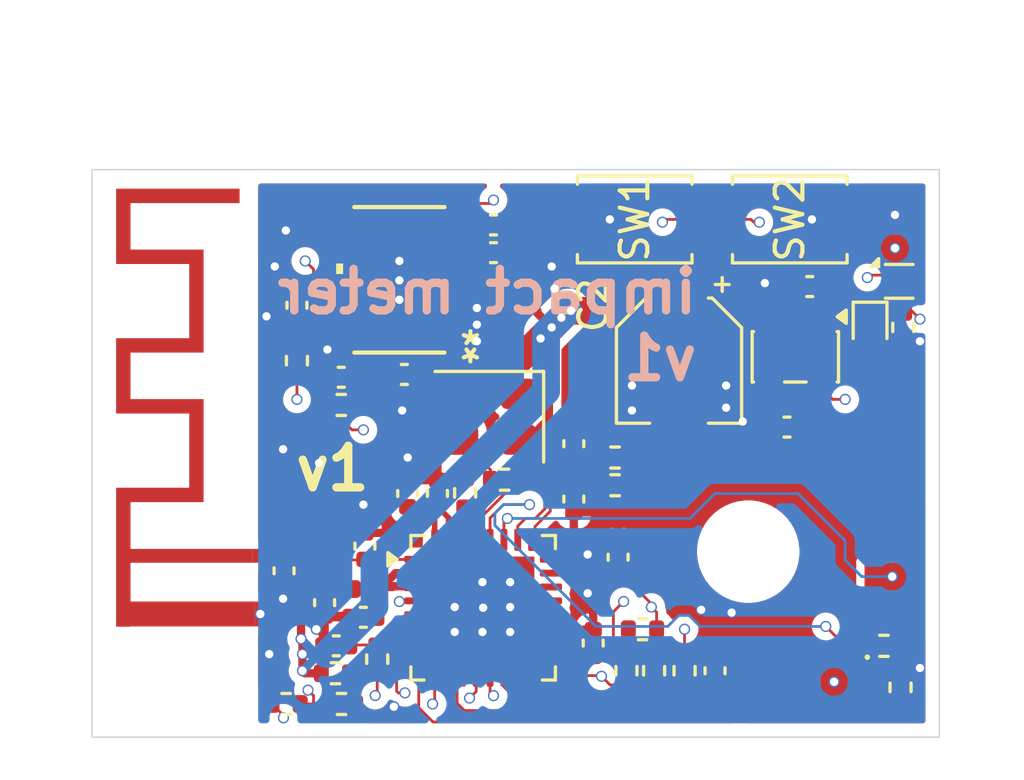
<source format=kicad_pcb>
(kicad_pcb (version 20241229) (generator "pcbnew") (generator_version "9.0")
  (layers (0 "F.Cu" signal) (4 "In1.Cu" signal) (6 "In2.Cu" signal) (2 "B.Cu" signal) (13 "F.Paste" user) (15 "B.Paste" user) (5 "F.SilkS" user "F.Silkscreen") (7 "B.SilkS" user "B.Silkscreen") (1 "F.Mask" user) (3 "B.Mask" user) (25 "Edge.Cuts" user))
  (net 0 "")
  (net 1 "Net-(C1-Pad1)")
  (net 2 "GND")
  (net 3 "Net-(ANT1-in)")
  (net 4 "VDD")
  (net 5 "Net-(C4-Pad1)")
  (net 6 "Net-(U4-SCL{slash}SCLK)")
  (net 7 "Net-(U4-SDA{slash}SDI{slash}SDIO)")
  (net 8 "Net-(U4-VS)")
  (net 14 "Net-(U2-VDD3P3_RTC)")
  (net 15 "RESET")
  (net 16 "Net-(U2-VDD3P3_CPU)")
  (net 17 "Net-(U2-GPIO18)")
  (net 18 "Net-(U2-GPIO19)")
  (net 20 "Net-(U2-XTAL_32K_P)")
  (net 21 "Net-(U2-GPIO2)")
  (net 22 "VBUS")
  (net 23 "Net-(U2-LNA_IN)")
  (net 24 "Net-(D1-K)")
  (net 25 "Net-(D1-A)")
  (net 28 "Net-(U2-XTAL_P)")
  (net 29 "Net-(Y1-OUT)")
  (net 30 "MISO")
  (net 32 "Net-(U2-GPIO8)")
  (net 33 "CS")
  (net 34 "USB_D-")
  (net 36 "USB_D+")
  (net 37 "UART_TX")
  (net 38 "Net-(U2-U0TXD)")
  (net 39 "BOOT")
  (net 40 "CLK")
  (net 41 "MOSI")
  (net 44 "UART_RX")
  (net 45 "Net-(U2-MTDI)")
  (net 46 "Net-(U2-GPIO3)")
  (net 49 "Net-(D3-K)")
  (net 50 "VBAT")
  (net 52 "Net-(U2-XTAL_N)")
  (footprint "Capacitor_SMD:C_0402_1005Metric" (layer "F.Cu") (at 83.92 60.8 180)
    (property "Reference" "C13" (hide yes))
    (property "Value" "22p")
  )
  (footprint "MountingHole:MountingHole_3.2mm_M3" (layer "F.Cu") (at 98.8 57.4)
    (property "Reference" "H1" (hide yes))
    (property "Value" "MountingHole")
  )
  (footprint "Local:LGA_CC-14-1_ADI" (layer "F.Cu") (at 86.2 47.581502 180)
    (property "Reference" "U4" (hide yes))
    (property "Value" "ADXL375BCCZ")
  )
  (footprint "Resistor_SMD:R_0402_1005Metric" (layer "F.Cu") (at 85.4 61.28 90)
    (property "Reference" "R12" (hide yes))
    (property "Value" "0")
  )
  (footprint "Capacitor_SMD:C_0402_1005Metric" (layer "F.Cu") (at 92.5 53.5 90)
    (property "Reference" "C10" (hide yes))
    (property "Value" "22p")
  )
  (footprint "Capacitor_SMD:C_0402_1005Metric" (layer "F.Cu") (at 89.6 45.6)
    (property "Reference" "C18" (hide yes))
    (property "Value" "1u")
  )
  (footprint "Local:TP_1x2mm" (layer "F.Cu") (at 104 56.9)
    (property "Reference" "TP7" (hide yes))
    (property "Value" "TestPoint")
  )
  (footprint "Capacitor_SMD:C_0402_1005Metric" (layer "F.Cu") (at 82.035 58.09 -90)
    (property "Reference" "C17" (hide yes))
    (property "Value" "4p")
  )
  (footprint "Resistor_SMD:R_0402_1005Metric" (layer "F.Cu") (at 93.99 54 180)
    (property "Reference" "R7" (hide yes))
    (property "Value" "0")
  )
  (footprint "Capacitor_SMD:C_0402_1005Metric" (layer "F.Cu") (at 97.6 61.7 90)
    (property "Reference" "C6" (hide yes))
    (property "Value" "0.1u")
  )
  (footprint "Local:TP_1x2mm" (layer "F.Cu") (at 101.9 62.1 -90)
    (property "Reference" "TP8" (hide yes))
    (property "Value" "TestPoint")
  )
  (footprint "Package_TO_SOT_SMD:SOT-23-5" (layer "F.Cu") (at 100.5 50.3625 -90)
    (property "Reference" "U3" (hide yes))
    (property "Value" "GS2019-33TR5")
  )
  (footprint "Resistor_SMD:R_0402_1005Metric" (layer "F.Cu") (at 94.4 61.7 90)
    (property "Reference" "R4" (hide yes))
    (property "Value" "10k")
  )
  (footprint "Capacitor_SMD:C_0402_1005Metric" (layer "F.Cu") (at 92.5 55.5 -90)
    (property "Reference" "C9" (hide yes))
    (property "Value" "22p")
  )
  (footprint "Resistor_SMD:R_0402_1005Metric" (layer "F.Cu") (at 95.4 61.7 90)
    (property "Reference" "R9" (hide yes))
    (property "Value" "10k")
  )
  (footprint "Inductor_SMD:L_0402_1005Metric" (layer "F.Cu") (at 83.485 57.7 180)
    (property "Reference" "L2" (hide yes))
    (property "Value" "1.8nH")
  )
  (footprint "Resistor_SMD:R_0402_1005Metric" (layer "F.Cu") (at 83.89 61.79 180)
    (property "Reference" "R2" (hide yes))
    (property "Value" "10k")
  )
  (footprint "Capacitor_SMD:C_0402_1005Metric" (layer "F.Cu") (at 101.02 47.825 180)
    (property "Reference" "C14" (hide yes))
    (property "Value" "1u")
  )
  (footprint "Resistor_SMD:R_0402_1005Metric" (layer "F.Cu") (at 90 54.8)
    (property "Reference" "R17" (hide yes))
    (property "Value" "10")
  )
  (footprint "Capacitor_SMD:C_0402_1005Metric" (layer "F.Cu") (at 86.38 51 180)
    (property "Reference" "C19" (hide yes))
    (property "Value" "0.1u")
  )
  (footprint "Resistor_SMD:R_0402_1005Metric" (layer "F.Cu") (at 84.1 52.1)
    (property "Reference" "R10" (hide yes))
    (property "Value" "0")
  )
  (footprint "Capacitor_SMD:C_0402_1005Metric" (layer "F.Cu") (at 83.5 59.24 -90)
    (property "Reference" "C3" (hide yes))
    (property "Value" "0.1u")
  )
  (footprint "Capacitor_SMD:CP_Elec_4x5.4" (layer "F.Cu") (at 96.3 50.5 -90)
    (property "Reference" "C2")
    (property "Value" "10u")
  )
  (footprint "Local:TP_1x2mm" (layer "F.Cu") (at 104.1 46.4375 180)
    (property "Reference" "TP11" (hide yes))
    (property "Value" "TestPoint")
  )
  (footprint "Local:TP_1x2mm" (layer "F.Cu") (at 100.5 62.1 -90)
    (property "Reference" "TP9" (hide yes))
    (property "Value" "TestPoint")
  )
  (footprint "Capacitor_SMD:C_0402_1005Metric" (layer "F.Cu") (at 86.5 55.3 90)
    (property "Reference" "C5" (hide yes))
    (property "Value" "1u")
  )
  (footprint "Button_Switch_SMD:SW_Push_SPST_NO_Alps_SKRK" (layer "F.Cu") (at 100.3 45.4)
    (property "Reference" "SW2")
    (property "Value" "SW_Push")
  )
  (footprint "Local:TP_1x2mm" (layer "F.Cu") (at 104 51)
    (property "Reference" "TP1" (hide yes))
    (property "Value" "TestPoint")
  )
  (footprint "Resistor_SMD:R_0402_1005Metric" (layer "F.Cu") (at 84.11 62.9 180)
    (property "Reference" "R16" (hide yes))
    (property "Value" "10k")
  )
  (footprint "Package_DFN_QFN:Diodes_DFN1006-3" (layer "F.Cu") (at 104.25 47.6375)
    (property "Reference" "Q2" (hide yes))
    (property "Value" "SP2002KNC")
  )
  (footprint "Inductor_SMD:L_0402_1005Metric" (layer "F.Cu") (at 89.6 47.6 180)
    (property "Reference" "L3" (hide yes))
    (property "Value" "1.8nH")
  )
  (footprint "Resistor_SMD:R_0402_1005Metric" (layer "F.Cu") (at 96.5 61.7 90)
    (property "Reference" "R3" (hide yes))
    (property "Value" "10k")
  )
  (footprint "Local:TP_1x2mm" (layer "F.Cu") (at 104.1 45.2375 180)
    (property "Reference" "TP12" (hide yes))
    (property "Value" "TestPoint")
  )
  (footprint "Resistor_SMD:R_0402_1005Metric" (layer "F.Cu") (at 104.4 49.3 90)
    (property "Reference" "R15" (hide yes))
    (property "Value" "10k")
  )
  (footprint "Local:TP_1x2mm" (layer "F.Cu") (at 99.1 62.1 -90)
    (property "Reference" "TP10" (hide yes))
    (property "Value" "TestPoint")
  )
  (footprint "Local:TP_1x2mm" (layer "F.Cu") (at 104 58.3)
    (property "Reference" "TP6" (hide yes))
    (property "Value" "TestPoint")
  )
  (footprint "Inductor_SMD:L_0402_1005Metric" (layer "F.Cu") (at 85 58.75)
    (property "Reference" "L1" (hide yes))
    (property "Value" "1.8nH")
  )
  (footprint "Capacitor_SMD:C_0402_1005Metric" (layer "F.Cu") (at 93.2 60.7 90)
    (property "Reference" "C8" (hide yes))
    (property "Value" "0.1u")
  )
  (footprint "Button_Switch_SMD:SW_Push_SPST_NO_Alps_SKRK" (layer "F.Cu") (at 94.7 45.4 180)
    (property "Reference" "SW1")
    (property "Value" "SW_Push")
  )
  (footprint "Resistor_SMD:R_0402_1005Metric" (layer "F.Cu") (at 93.99 55 180)
    (property "Reference" "R6" (hide yes))
    (property "Value" "0")
  )
  (footprint "Capacitor_SMD:C_0402_1005Metric" (layer "F.Cu") (at 94.1 57.6 90)
    (property "Reference" "C7" (hide yes))
    (property "Value" "10n")
  )
  (footprint "Local:TP_1x2mm" (layer "F.Cu") (at 104 59.7)
    (property "Reference" "TP5" (hide yes))
    (property "Value" "TestPoint")
  )
  (footprint "Diode_SMD:D_SOD-882" (layer "F.Cu") (at 103.2 49.2 -90)
    (property "Reference" "D3" (hide yes))
    (property "Value" "RB521BS-40")
  )
  (footprint "Resistor_SMD:R_0402_1005Metric" (layer "F.Cu") (at 82.11 62.9 180)
    (property "Reference" "R14" (hide yes))
    (property "Value" "10k")
  )
  (footprint "Resistor_SMD:R_0402_1005Metric" (layer "F.Cu") (at 103.7 60.8 180)
    (property "Reference" "R8" (hide yes))
    (property "Value" "499")
  )
  (footprint "Resistor_SMD:R_0402_1005Metric" (layer "F.Cu") (at 94.98 60.2 180)
    (property "Reference" "R5" (hide yes))
    (property "Value" "10k")
  )
  (footprint "Resistor_SMD:R_0402_1005Metric" (layer "F.Cu") (at 88.575 55.275 -90)
    (property "Reference" "R1" (hide yes))
    (property "Value" "10")
  )
  (footprint "Package_DFN_QFN:QFN-32-1EP_5x5mm_P0.5mm_EP3.7x3.7mm" (layer "F.Cu") (at 89.225 59.425)
    (property "Reference" "U2" (hide yes))
    (property "Value" "ESP32-C3FH4")
  )
  (footprint "Resistor_SMD:R_0402_1005Metric" (layer "F.Cu") (at 82.5 50.5 90)
    (property "Reference" "R11" (hide yes))
    (property "Value" "0")
  )
  (footprint "Local:TP_1x2mm" (layer "F.Cu") (at 104 53.6)
    (property "Reference" "TP2" (hide yes))
    (property "Value" "TestPoint")
  )
  (footprint "Local:2_4GHz_AN043" (layer "F.Cu") (at 83.38 47.8 90)
    (property "Reference" "ANT1" (hide yes))
    (property "Value" "~")
  )
  (footprint "Capacitor_SMD:C_0402_1005Metric" (layer "F.Cu") (at 89.6 46.6)
    (property "Reference" "C20" (hide yes))
    (property "Value" "0.1u")
  )
  (footprint "Resistor_SMD:R_0402_1005Metric" (layer "F.Cu") (at 104.3 62.3 -90)
    (property "Reference" "R13" (hide yes))
    (property "Value" "10k")
  )
  (footprint "Local:TP_1x2mm" (layer "F.Cu") (at 104 52.3)
    (property "Reference" "TP3" (hide yes))
    (property "Value" "TestPoint")
  )
  (footprint "Local:TP_1x2mm" (layer "F.Cu") (at 104 54.9)
    (property "Reference" "TP4" (hide yes))
    (property "Value" "TestPoint")
  )
  (footprint "LED_SMD:LED_0402_1005Metric" (layer "F.Cu") (at 103.1 62.3 -90)
    (property "Reference" "D1" (hide yes))
    (property "Value" "LED")
  )
  (footprint "Capacitor_SMD:C_0402_1005Metric" (layer "F.Cu") (at 82.5 48.5 90)
    (property "Reference" "C12" (hide yes))
    (property "Value" "22p")
  )
  (footprint "Capacitor_SMD:C_0402_1005Metric" (layer "F.Cu") (at 84.1 51.1 180)
    (property "Reference" "C11" (hide yes))
    (property "Value" "22p")
  )
  (footprint "Capacitor_SMD:C_0402_1005Metric" (layer "F.Cu") (at 100.2 52.9 180)
    (property "Reference" "C15" (hide yes))
    (property "Value" "1u")
  )
  (footprint "Oscillator:Oscillator_SMD_Abracon_ASE-4Pin_3.2x2.5mm" (layer "F.Cu") (at 89.45 52.525 180)
    (property "Reference" "Y1" (hide yes))
    (property "Value" "40MHz")
  )
  (footprint "Capacitor_SMD:C_0402_1005Metric" (layer "F.Cu") (at 87.575 55.295 90)
    (property "Reference" "C4" (hide yes))
    (property "Value" "10n")
  )
  (footprint "Capacitor_SMD:C_0402_1005Metric" (layer "F.Cu") (at 84.955 57.2 90)
    (property "Reference" "C16" (hide yes))
    (property "Value" "4.7p")
  )
  (footprint "Capacitor_SMD:C_0402_1005Metric" (layer "F.Cu") (at 84.9 59.77 180)
    (property "Reference" "C1" (hide yes))
    (property "Value" "1u")
  )
  (gr_rect (start 75.1 43.6) (end 105.7 64.1) (stroke (width 0.05)) (fill no) (layer "Edge.Cuts"))
  (gr_text "v1" (at 82.3 55.275 0) (layer "F.SilkS") (effects (font (size 1.5 1.5) (thickness 0.3) (bold yes)) (justify left bottom)))
  (gr_text "impact meter\nv1" (at 97.1 51.3 0) (layer "B.SilkS") (effects (font (size 1.5 1.5) (thickness 0.3) (bold yes)) (justify left bottom mirror)))
  (segment (start 85.38 58.855) (end 85.485 58.75) (width 0.3) (layer "F.Cu") (net 1))
  (segment (start 85.971768 58.649) (end 85.945768 58.675) (width 0.3) (layer "F.Cu") (net 1))
  (segment (start 86.775 58.675) (end 86.454232 58.675) (width 0.3) (layer "F.Cu") (net 1))
  (segment (start 85.945768 58.675) (end 85.56 58.675) (width 0.3) (layer "F.Cu") (net 1))
  (segment (start 85.56 58.675) (end 85.485 58.75) (width 0.3) (layer "F.Cu") (net 1))
  (segment (start 86.06 58.175) (end 85.485 58.75) (width 0.3) (layer "F.Cu") (net 1))
  (segment (start 86.454232 58.675) (end 86.428232 58.649) (width 0.3) (layer "F.Cu") (net 1))
  (segment (start 85.38 59.77) (end 85.38 58.855) (width 0.3) (layer "F.Cu") (net 1))
  (segment (start 86.775 58.175) (end 86.06 58.175) (width 0.3) (layer "F.Cu") (net 1))
  (segment (start 86.428232 58.649) (end 85.971768 58.649) (width 0.3) (layer "F.Cu") (net 1))
  (segment (start 89.224998 59.425) (end 89.225 59.425) (width 0.3) (layer "F.Cu") (net 2))
  (segment (start 82.63 58.57) (end 82.7 58.5) (width 0.2) (layer "F.Cu") (net 2))
  (segment (start 103.9375 45.4) (end 104.1 45.2375) (width 0.3) (layer "F.Cu") (net 2))
  (segment (start 89.225 59.425) (end 89.275 59.425) (width 0.3) (layer "F.Cu") (net 2))
  (segment (start 104.8475 49.6475) (end 105 49.8) (width 0.1) (layer "F.Cu") (net 2))
  (segment (start 83.2 60.02) (end 83.2 60.2) (width 0.2) (layer "F.Cu") (net 2))
  (segment (start 85.8 63.2) (end 86 63) (width 0.1) (layer "F.Cu") (net 2))
  (segment (start 84.62 62.9) (end 84.92 63.2) (width 0.1) (layer "F.Cu") (net 2))
  (segment (start 84.955 56.72) (end 84.955 55.755) (width 0.1) (layer "F.Cu") (net 2))
  (segment (start 102.4 45.4) (end 103.9375 45.4) (width 0.3) (layer "F.Cu") (net 2))
  (segment (start 82.035 58.57) (end 82.035 59.065) (width 0.2) (layer "F.Cu") (net 2))
  (segment (start 82.035 59.065) (end 82 59.1) (width 0.2) (layer "F.Cu") (net 2))
  (segment (start 82.035 58.57) (end 82.63 58.57) (width 0.2) (layer "F.Cu") (net 2))
  (segment (start 87.575 54.815) (end 86.505 54.815) (width 0.2) (layer "F.Cu") (net 2))
  (segment (start 83.5 59.72) (end 83.2 60.02) (width 0.2) (layer "F.Cu") (net 2))
  (segment (start 84.955 55.755) (end 84.9 55.7) (width 0.1) (layer "F.Cu") (net 2))
  (segment (start 83.44 60.44) (end 83.2 60.2) (width 0.2) (layer "F.Cu") (net 2))
  (segment (start 86.5 54.82) (end 86.5 54) (width 0.2) (layer "F.Cu") (net 2))
  (segment (start 90.175 59.425) (end 90.2 59.4) (width 0.3) (layer "F.Cu") (net 2))
  (segment (start 89.225 60.275) (end 89.2 60.3) (width 0.3) (layer "F.Cu") (net 2))
  (segment (start 84.92 63.2) (end 85.8 63.2) (width 0.1) (layer "F.Cu") (net 2))
  (segment (start 86.505 54.815) (end 86.5 54.82) (width 0.2) (layer "F.Cu") (net 2))
  (segment (start 89.225 59.425) (end 89.175 59.425) (width 0.3) (layer "F.Cu") (net 2))
  (segment (start 104.4 49.6475) (end 104.8475 49.6475) (width 0.1) (layer "F.Cu") (net 2))
  (segment (start 89.225 58.525) (end 89.2 58.5) (width 0.3) (layer "F.Cu") (net 2))
  (segment (start 83.44 60.8) (end 83.44 60.44) (width 0.2) (layer "F.Cu") (net 2))
  (via (at 86.2 46.9) (size 0.4) (drill 0.3) (layers "F.Cu" "B.Cu") (net 2))
  (via (at 89.224998 59.425) (size 0.4) (drill 0.3) (layers "F.Cu" "B.Cu") (net 2))
  (via (at 93.8 45.4) (size 0.4) (drill 0.3) (layers "F.Cu" "B.Cu") (net 2))
  (via (at 82.1 45.8) (size 0.4) (drill 0.3) (layers "F.Cu" "B.Cu") (net 2))
  (via (at 91.7 47.1) (size 0.4) (drill 0.3) (layers "F.Cu" "B.Cu") (net 2))
  (via (at 86.5 54) (size 0.4) (drill 0.3) (layers "F.Cu" "B.Cu") (net 2))
  (via (at 105 49.8) (size 0.4) (drill 0.3) (layers "F.Cu" "B.Cu") (net 2))
  (via (at 98 52.2) (size 0.4) (drill 0.3) (layers "F.Cu" "B.Cu") (net 2))
  (via (at 86.2 47.6) (size 0.4) (drill 0.3) (layers "F.Cu" "B.Cu") (net 2))
  (via (at 82 59.1) (size 0.4) (drill 0.3) (layers "F.Cu" "B.Cu") (net 2))
  (via (at 86 63) (size 0.4) (drill 0.3) (layers "F.Cu" "B.Cu") (net 2))
  (via (at 105 61.6) (size 0.4) (drill 0.3) (layers "F.Cu" "B.Cu") (net 2))
  (via (at 86.3 52.3) (size 0.4) (drill 0.3) (layers "F.Cu" "B.Cu") (net 2))
  (via (at 94.6 52.3) (size 0.4) (drill 0.3) (layers "F.Cu" "B.Cu") (net 2))
  (via (at 86.2 48.3) (size 0.4) (drill 0.3) (layers "F.Cu" "B.Cu") (net 2))
  (via (at 104.1 45.2375) (size 0.4) (drill 0.3) (layers "F.Cu" "B.Cu") (net 2))
  (via (at 89 49.8) (size 0.4) (drill 0.3) (layers "F.Cu" "B.Cu") (net 2))
  (via (at 97.1 59.5) (size 0.4) (drill 0.3) (layers "F.Cu" "B.Cu") (net 2))
  (via (at 81.18 59.65) (size 0.4) (drill 0.3) (layers "F.Cu" "B.Cu") (net 2))
  (via (at 93 58.9) (size 0.4) (drill 0.3) (layers "F.Cu" "B.Cu") (net 2))
  (via (at 83.2 60.2) (size 0.4) (drill 0.3) (layers "F.Cu" "B.Cu") (net 2))
  (via (at 93 57.5) (size 0.4) (drill 0.3) (layers "F.Cu" "B.Cu") (net 2))
  (via (at 89 49.2) (size 0.4) (drill 0.3) (layers "F.Cu" "B.Cu") (net 2))
  (via (at 98 51.4) (size 0.4) (drill 0.3) (layers "F.Cu" "B.Cu") (net 2))
  (via (at 94.6 51.4) (size 0.4) (drill 0.3) (layers "F.Cu" "B.Cu") (net 2))
  (via (at 84.9 55.7) (size 0.4) (drill 0.3) (layers "F.Cu" "B.Cu") (net 2))
  (via (at 90.2 58.5) (size 0.4) (drill 0.3) (layers "F.Cu" "B.Cu") (net 2))
  (via (at 81.5 61.1) (size 0.4) (drill 0.3) (layers "F.Cu" "B.Cu") (net 2))
  (via (at 89 48.6) (size 0.4) (drill 0.3) (layers "F.Cu" "B.Cu") (net 2))
  (via (at 89.2 58.5) (size 0.4) (drill 0.3) (layers "F.Cu" "B.Cu") (net 2))
  (via (at 91.8 47.9) (size 0.4) (drill 0.3) (layers "F.Cu" "B.Cu") (net 2))
  (via (at 88.2 59.4) (size 0.4) (drill 0.3) (layers "F.Cu" "B.Cu") (net 2))
  (via (at 99.4 47.7) (size 0.4) (drill 0.3) (layers "F.Cu" "B.Cu") (net 2))
  (via (at 98.2 59.6) (size 0.4) (drill 0.3) (layers "F.Cu" "B.Cu") (net 2))
  (via (at 81.7 47.1) (size 0.4) (drill 0.3) (layers "F.Cu" "B.Cu") (net 2))
  (via (at 82 53.7) (size 0.4) (drill 0.3) (layers "F.Cu" "B.Cu") (net 2))
  (via (at 101.1 45.4) (size 0.4) (drill 0.3) (layers "F.Cu" "B.Cu") (net 2))
  (via (at 88.2 60.3) (size 0.4) (drill 0.3) (layers "F.Cu" "B.Cu") (net 2))
  (via (at 81.4 48.9) (size 0.4) (drill 0.3) (layers "F.Cu" "B.Cu") (net 2))
  (via (at 83.6 50.1) (size 0.4) (drill 0.3) (layers "F.Cu" "B.Cu") (net 2))
  (via (at 89.2 60.3) (size 0.4) (drill 0.3) (layers "F.Cu" "B.Cu") (net 2))
  (via (at 90.2 60.3) (size 0.4) (drill 0.3) (layers "F.Cu" "B.Cu") (net 2))
  (via (at 83.3 54.2) (size 0.4) (drill 0.3) (layers "F.Cu" "B.Cu") (net 2))
  (via (at 98.6 52.7) (size 0.4) (drill 0.3) (layers "F.Cu" "B.Cu") (net 2))
  (via (at 90.2 59.4) (size 0.4) (drill 0.3) (layers "F.Cu" "B.Cu") (net 2))
  (segment (start 82.045 57.6) (end 82.035 57.61) (width 0.1) (layer "F.Cu") (net 3))
  (segment (start 83 57.6) (end 82.045 57.6) (width 0.1) (layer "F.Cu") (net 3))
  (segment (start 82.035 57.61) (end 81.2 57.61) (width 0.1) (layer "F.Cu") (net 3))
  (segment (start 81.2 57.61) (end 81.14 57.55) (width 0.1) (layer "F.Cu") (net 3))
  (segment (start 86.9 51) (end 87.570901 50.329099) (width 0.3) (layer "F.Cu") (net 4))
  (segment (start 91.3 49.7) (end 90.5 50.5) (width 1) (layer "F.Cu") (net 4))
  (segment (start 84.505 58.76) (end 84.515 58.75) (width 0.3) (layer "F.Cu") (net 4))
  (segment (start 92.4 48.7) (end 92.3 48.7) (width 1) (layer "F.Cu") (net 4))
  (segment (start 94.47 60.2) (end 94.47 60.519999) (width 0.1) (layer "F.Cu") (net 4))
  (segment (start 91.6 50) (end 91.3 49.7) (width 0.3) (layer "F.Cu") (net 4))
  (segment (start 100.68 52.9) (end 100.68 52.27) (width 0.3) (layer "F.Cu") (net 4))
  (segment (start 90.85 53.35) (end 91.6 52.6) (width 0.3) (layer "F.Cu") (net 4))
  (segment (start 82.79 61.79) (end 82.7 61.7) (width 0.3) (layer "F.Cu") (net 4))
  (segment (start 83.5 58.76) (end 84.505 58.76) (width 0.3) (layer "F.Cu") (net 4))
  (segment (start 101.45 51.5) (end 101.85 51.9) (width 0.1) (layer "F.Cu") (net 4))
  (segment (start 91.185 48.785) (end 91.7 49.3) (width 0.3) (layer "F.Cu") (net 4))
  (segment (start 96.4 61.39) (end 96.6 61.19) (width 0.1) (layer "F.Cu") (net 4))
  (segment (start 82.7 60.6) (end 82.7 61.1) (width 0.3) (layer "F.Cu") (net 4))
  (segment (start 90.5 50.5) (end 89.6 50.5) (width 1) (layer "F.Cu") (net 4))
  (segment (start 91.6 52.6) (end 91.6 50) (width 0.3) (layer "F.Cu") (net 4))
  (segment (start 92.3 48.7) (end 91.7 49.3) (width 1) (layer "F.Cu") (net 4))
  (segment (start 86.86 51) (end 86.9 51) (width 0.3) (layer "F.Cu") (net 4))
  (segment (start 91.185 48.7) (end 91.185 48.785) (width 0.3) (layer "F.Cu") (net 4))
  (segment (start 83.270768 58.75) (end 82.649 59.371768) (width 0.3) (layer "F.Cu") (net 4))
  (segment (start 96.3 48.7) (end 98.099 50.499) (width 1) (layer "F.Cu") (net 4))
  (segment (start 98.099 50.499) (end 98.1865 50.499) (width 1) (layer "F.Cu") (net 4))
  (segment (start 100.5365 50.5865) (end 101.45 51.5) (width 0.3) (layer "F.Cu") (net 4))
  (segment (start 87.570901 49.581503) (end 88.489398 50.5) (width 0.3) (layer "F.Cu") (net 4))
  (segment (start 94.47 60.519999) (end 95.340001 61.39) (width 0.1) (layer "F.Cu") (net 4))
  (segment (start 83.280768 58.76) (end 83.270768 58.75) (width 0.3) (layer "F.Cu") (net 4))
  (segment (start 100.68 52.27) (end 101.45 51.5) (width 0.3) (layer "F.Cu") (net 4))
  (segment (start 91.7 49.3) (end 91.3 49.7) (width 1) (layer "F.Cu") (net 4))
  (segment (start 87.570901 50.329099) (end 87.570901 49.581503) (width 0.3) (layer "F.Cu") (net 4))
  (segment (start 82.7 60.6) (end 82.649 60.549) (width 0.3) (layer "F.Cu") (net 4))
  (segment (start 88.489398 50.5) (end 89.6 50.5) (width 0.3) (layer "F.Cu") (net 4))
  (segment (start 90.5 53.35) (end 90.85 53.35) (width 0.3) (layer "F.Cu") (net 4))
  (segment (start 82.7 61.7) (end 82.7 61.1) (width 0.3) (layer "F.Cu") (net 4))
  (segment (start 95.340001 61.39) (end 96.4 61.39) (width 0.1) (layer "F.Cu") (net 4))
  (segment (start 96.3 48.7) (end 92.4 48.7) (width 1) (layer "F.Cu") (net 4))
  (segment (start 94.47 60.2) (end 94.47 60.519999) (width 0.1) (layer "F.Cu") (net 4))
  (segment (start 83.38 61.79) (end 82.79 61.79) (width 0.3) (layer "F.Cu") (net 4))
  (segment (start 98.1865 50.5865) (end 100.5365 50.5865) (width 0.3) (layer "F.Cu") (net 4))
  (segment (start 101.85 51.9) (end 102.3 51.9) (width 0.1) (layer "F.Cu") (net 4))
  (segment (start 96.6 60.3) (end 96.5 60.2) (width 0.1) (layer "F.Cu") (net 4))
  (segment (start 82.649 60.549) (end 82.649 59.371768) (width 0.3) (layer "F.Cu") (net 4))
  (segment (start 96.5 61.19) (end 96.5 60.2) (width 0.1) (layer "F.Cu") (net 4))
  (segment (start 96.3 48.7) (end 98.1865 50.5865) (width 0.3) (layer "F.Cu") (net 4))
  (segment (start 90.085 47.6) (end 91.185 48.7) (width 0.3) (layer "F.Cu") (net 4))
  (segment (start 83.5 58.76) (end 83.280768 58.76) (width 0.3) (layer "F.Cu") (net 4))
  (via (at 91.7 49.3) (size 0.4) (drill 0.3) (layers "F.Cu" "B.Cu") (net 4))
  (via (at 82.7 61.1) (size 0.4) (drill 0.3) (layers "F.Cu" "B.Cu") (net 4))
  (via (at 92.05 48.95) (size 0.4) (drill 0.3) (layers "F.Cu" "B.Cu") (net 4))
  (via (at 96.5 60.2) (size 0.4) (drill 0.3) (layers "F.Cu" "B.Cu") (net 4))
  (via (at 91.3 49.7) (size 0.4) (drill 0.3) (layers "F.Cu" "B.Cu") (net 4))
  (via (at 82.649 60.549) (size 0.4) (drill 0.3) (layers "F.Cu" "B.Cu") (net 4))
  (via (at 92.4 48.7) (size 0.4) (drill 0.3) (layers "F.Cu" "B.Cu") (net 4))
  (via (at 82.7 61.7) (size 0.4) (drill 0.3) (layers "F.Cu" "B.Cu") (net 4))
  (via (at 102.3 51.9) (size 0.4) (drill 0.3) (layers "F.Cu" "B.Cu") (net 4))
  (segment (start 83.574207 61.1) (end 83.3 61.1) (width 0.3) (layer "B.Cu") (net 4))
  (segment (start 91.5 49.5) (end 92.05 48.95) (width 1) (layer "B.Cu") (net 4))
  (segment (start 91.5 51.6) (end 91.5 49.5) (width 1) (layer "B.Cu") (net 4))
  (segment (start 83.3 61.1) (end 82.7 61.7) (width 0.3) (layer "B.Cu") (net 4))
  (segment (start 85.299 57.801) (end 91.4 51.7) (width 1) (layer "B.Cu") (net 4))
  (segment (start 91.4 51.7) (end 91.5 51.6) (width 1) (layer "B.Cu") (net 4))
  (segment (start 92.05 48.95) (end 92.3 48.7) (width 1) (layer "B.Cu") (net 4))
  (segment (start 85.299 59.375207) (end 85.299 57.801) (width 1) (layer "B.Cu") (net 4))
  (segment (start 83.2 61.1) (end 82.649 60.549) (width 0.3) (layer "B.Cu") (net 4))
  (segment (start 83.574207 61.1) (end 83.2 61.1) (width 0.3) (layer "B.Cu") (net 4))
  (segment (start 83.574207 61.1) (end 82.7 61.1) (width 0.3) (layer "B.Cu") (net 4))
  (segment (start 83.574207 61.1) (end 85.299 59.375207) (width 1) (layer "B.Cu") (net 4))
  (segment (start 87.975 56.175) (end 87.575 55.775) (width 0.2) (layer "F.Cu") (net 5))
  (segment (start 87.575 55.775) (end 87.735 55.935) (width 0.1) (layer "F.Cu") (net 5))
  (segment (start 87.975 56.975) (end 87.975 56.175) (width 0.2) (layer "F.Cu") (net 5))
  (segment (start 87.57 55.78) (end 87.575 55.775) (width 0.2) (layer "F.Cu") (net 5))
  (segment (start 87.475 56.975) (end 87.475 55.875) (width 0.2) (layer "F.Cu") (net 5))
  (segment (start 86.5 55.78) (end 87.57 55.78) (width 0.2) (layer "F.Cu") (net 5))
  (segment (start 87.475 55.875) (end 87.575 55.775) (width 0.2) (layer "F.Cu") (net 5))
  (segment (start 84.58 50.42) (end 84.58 51.1) (width 0.1) (layer "F.Cu") (net 6))
  (segment (start 84.61 51.13) (end 84.58 51.1) (width 0.1) (layer "F.Cu") (net 6))
  (segment (start 86.2 49.6) (end 85.55 50.25) (width 0.1) (layer "F.Cu") (net 6))
  (segment (start 85.55 50.25) (end 84.75 50.25) (width 0.1) (layer "F.Cu") (net 6))
  (segment (start 84.61 52.1) (end 84.61 51.13) (width 0.1) (layer "F.Cu") (net 6))
  (segment (start 86.2 49.3) (end 86.2 49.6) (width 0.1) (layer "F.Cu") (net 6))
  (segment (start 84.75 50.25) (end 84.58 50.42) (width 0.1) (layer "F.Cu") (net 6))
  (segment (start 82.5 48.98) (end 82.56 49.04) (width 0.1) (layer "F.Cu") (net 7))
  (segment (start 82.5 49.99) (end 82.5 48.98) (width 0.1) (layer "F.Cu") (net 7))
  (segment (start 84.241501 49.581501) (end 84.829099 49.581501) (width 0.1) (layer "F.Cu") (net 7))
  (segment (start 83.7 49.04) (end 84.241501 49.581501) (width 0.1) (layer "F.Cu") (net 7))
  (segment (start 82.56 49.04) (end 83.7 49.04) (width 0.1) (layer "F.Cu") (net 7))
  (segment (start 89.12 45.6) (end 88.074899 45.6) (width 0.3) (layer "F.Cu") (net 8))
  (segment (start 88.074899 45.6) (end 88.056402 45.581503) (width 0.3) (layer "F.Cu") (net 8))
  (segment (start 89.12 46.6) (end 89.12 45.6) (width 0.3) (layer "F.Cu") (net 8))
  (segment (start 89.115 46.605) (end 89.12 46.6) (width 0.3) (layer "F.Cu") (net 8))
  (segment (start 89.115 47.6) (end 89.115 46.605) (width 0.3) (layer "F.Cu") (net 8))
  (segment (start 88.056402 45.581503) (end 87.570901 45.581503) (width 0.3) (layer "F.Cu") (net 8))
  (segment (start 88.283548 62.066452) (end 88.283548 62.873742) (width 0.1) (layer "F.Cu") (net 14))
  (segment (start 97.6 62.7) (end 97.6 62.18) (width 0.1) (layer "F.Cu") (net 14))
  (segment (start 88.547737 63.137931) (end 97.162069 63.137931) (width 0.1) (layer "F.Cu") (net 14))
  (segment (start 97.162069 63.137931) (end 97.6 62.7) (width 0.1) (layer "F.Cu") (net 14))
  (segment (start 88.283548 62.873742) (end 88.547737 63.137931) (width 0.1) (layer "F.Cu") (net 14))
  (segment (start 88.475 61.875) (end 88.283548 62.066452) (width 0.1) (layer "F.Cu") (net 14))
  (segment (start 99 45.5) (end 98.9 45.4) (width 0.1) (layer "F.Cu") (net 15))
  (segment (start 95.49 59.59) (end 95.3 59.4) (width 0.1) (layer "F.Cu") (net 15))
  (segment (start 86.775 60.675) (end 86.375001 60.675) (width 0.1) (layer "F.Cu") (net 15))
  (segment (start 86.375001 60.675) (end 86.1 60.950001) (width 0.1) (layer "F.Cu") (net 15))
  (segment (start 98.9 45.4) (end 98.2 45.4) (width 0.1) (layer "F.Cu") (net 15))
  (segment (start 99.2 45.5) (end 99 45.5) (width 0.1) (layer "F.Cu") (net 15))
  (segment (start 94.1 58.08) (end 95.3 59.28) (width 0.1) (layer "F.Cu") (net 15))
  (segment (start 86.1 60.950001) (end 86.1 62.434253) (width 0.1) (layer "F.Cu") (net 15))
  (segment (start 95.49 60.2) (end 95.49 59.59) (width 0.1) (layer "F.Cu") (net 15))
  (segment (start 86.165747 62.5) (end 86.4 62.5) (width 0.1) (layer "F.Cu") (net 15))
  (segment (start 86.1 62.434253) (end 86.165747 62.5) (width 0.1) (layer "F.Cu") (net 15))
  (segment (start 95.3 59.28) (end 95.3 59.4) (width 0.1) (layer "F.Cu") (net 15))
  (via (at 95.3 59.4) (size 0.4) (drill 0.3) (layers "F.Cu" "B.Cu") (net 15))
  (via (at 86.4 62.5) (size 0.4) (drill 0.3) (layers "F.Cu" "B.Cu") (net 15))
  (via (at 99.2 45.5) (size 0.4) (drill 0.3) (layers "F.Cu" "B.Cu") (net 15))
  (segment (start 91.68 61.18) (end 91.675 61.175) (width 0.2) (layer "F.Cu") (net 16))
  (segment (start 93.2 61.18) (end 91.68 61.18) (width 0.2) (layer "F.Cu") (net 16))
  (segment (start 92.5 55.02) (end 92.23 55.02) (width 0.1) (layer "F.Cu") (net 17))
  (segment (start 92.5 55.02) (end 93.46 55.02) (width 0.1) (layer "F.Cu") (net 17))
  (segment (start 93.46 55.02) (end 93.48 55) (width 0.1) (layer "F.Cu") (net 17))
  (segment (start 91.65 55.6) (end 91.65 55.939951) (width 0.1) (layer "F.Cu") (net 17))
  (segment (start 91.65 55.939951) (end 91.099999 56.489951) (width 0.1) (layer "F.Cu") (net 17))
  (segment (start 91.099999 56.850001) (end 90.975 56.975) (width 0.1) (layer "F.Cu") (net 17))
  (segment (start 92.23 55.02) (end 91.65 55.6) (width 0.1) (layer "F.Cu") (net 17))
  (segment (start 91.099999 56.489951) (end 91.099999 56.850001) (width 0.1) (layer "F.Cu") (net 17))
  (segment (start 92.12 53.98) (end 92.5 53.98) (width 0.1) (layer "F.Cu") (net 18))
  (segment (start 91.107107 56.2) (end 91.45 55.857108) (width 0.1) (layer "F.Cu") (net 18))
  (segment (start 90.475 56.476) (end 90.751 56.2) (width 0.1) (layer "F.Cu") (net 18))
  (segment (start 92.5 53.98) (end 93.46 53.98) (width 0.1) (layer "F.Cu") (net 18))
  (segment (start 93.46 53.98) (end 93.48 54) (width 0.1) (layer "F.Cu") (net 18))
  (segment (start 91.45 55.857108) (end 91.45 54.65) (width 0.1) (layer "F.Cu") (net 18))
  (segment (start 91.45 54.65) (end 92.12 53.98) (width 0.1) (layer "F.Cu") (net 18))
  (segment (start 90.475 56.975) (end 90.475 56.476) (width 0.1) (layer "F.Cu") (net 18))
  (segment (start 90.751 56.2) (end 91.107107 56.2) (width 0.1) (layer "F.Cu") (net 18))
  (segment (start 82.62 62.9) (end 83.1 62.9) (width 0.1) (layer "F.Cu") (net 20))
  (segment (start 83.1 62.6) (end 82.9 62.4) (width 0.1) (layer "F.Cu") (net 20))
  (segment (start 86.775 59.175) (end 86.225 59.175) (width 0.1) (layer "F.Cu") (net 20))
  (segment (start 83.1 62.9) (end 83.1 62.6) (width 0.1) (layer "F.Cu") (net 20))
  (segment (start 83.1 62.9) (end 83.6 62.9) (width 0.1) (layer "F.Cu") (net 20))
  (segment (start 86.225 59.175) (end 86.2 59.2) (width 0.1) (layer "F.Cu") (net 20))
  (via (at 86.2 59.2) (size 0.4) (drill 0.3) (layers "F.Cu" "B.Cu") (net 20))
  (via (at 82.9 62.4) (size 0.4) (drill 0.3) (layers "F.Cu" "B.Cu") (net 20))
  (segment (start 86.275 60.175) (end 86.775 60.175) (width 0.1) (layer "F.Cu") (net 21))
  (segment (start 85.66 60.77) (end 85.2 60.77) (width 0.1) (layer "F.Cu") (net 21))
  (segment (start 84.5 60.8) (end 84.53 60.77) (width 0.1) (layer "F.Cu") (net 21))
  (segment (start 84.53 60.77) (end 85.4 60.77) (width 0.1) (layer "F.Cu") (net 21))
  (segment (start 85.67 60.78) (end 85.66 60.77) (width 0.1) (layer "F.Cu") (net 21))
  (segment (start 84.4 60.8) (end 84.5 60.8) (width 0.1) (layer "F.Cu") (net 21))
  (segment (start 85.67 60.78) (end 86.275 60.175) (width 0.1) (layer "F.Cu") (net 21))
  (segment (start 103.2 50.2) (end 104 51) (width 0.3) (layer "F.Cu") (net 22))
  (segment (start 104.4 48.6275) (end 104.6275 48.6275) (width 0.1) (layer "F.Cu") (net 22))
  (segment (start 104.4 48.6275) (end 103.4775 49.55) (width 0.3) (layer "F.Cu") (net 22))
  (segment (start 104.6275 48.6275) (end 105 49) (width 0.1) (layer "F.Cu") (net 22))
  (segment (start 103.9 47.4125) (end 103.1875 47.4125) (width 0.1) (layer "F.Cu") (net 22))
  (segment (start 103.2 49.55) (end 103.2 50.2) (width 0.3) (layer "F.Cu") (net 22))
  (segment (start 103.1875 47.4125) (end 103.1 47.5) (width 0.1) (layer "F.Cu") (net 22))
  (segment (start 103.4775 49.55) (end 103.2 49.55) (width 0.3) (layer "F.Cu") (net 22))
  (via (at 105 49) (size 0.4) (drill 0.3) (layers "F.Cu" "B.Cu") (net 22))
  (via (at 103.1 47.5) (size 0.4) (drill 0.3) (layers "F.Cu" "B.Cu") (net 22))
  (segment (start 85.04 57.675) (end 84.955 57.59) (width 0.1) (layer "F.Cu") (net 23))
  (segment (start 84.955 57.68) (end 86.77 57.68) (width 0.1) (layer "F.Cu") (net 23))
  (segment (start 84.935 57.7) (end 84.955 57.68) (width 0.1) (layer "F.Cu") (net 23))
  (segment (start 86.77 57.68) (end 86.775 57.675) (width 0.1) (layer "F.Cu") (net 23))
  (segment (start 83.97 57.7) (end 84.935 57.7) (width 0.1) (layer "F.Cu") (net 23))
  (segment (start 103.1 61.815) (end 104.095 62.81) (width 0.1) (layer "F.Cu") (net 24))
  (segment (start 104.095 62.81) (end 104.3 62.81) (width 0.1) (layer "F.Cu") (net 24))
  (segment (start 87.475 61.875) (end 87.475 62.825) (width 0.1) (layer "F.Cu") (net 25))
  (segment (start 102.585 62.785) (end 101.9 62.1) (width 0.1) (layer "F.Cu") (net 25))
  (segment (start 87.475 62.825) (end 87.4 62.9) (width 0.1) (layer "F.Cu") (net 25))
  (segment (start 103.1 62.785) (end 102.585 62.785) (width 0.1) (layer "F.Cu") (net 25))
  (via (at 101.900001 62.100001) (size 0.4) (drill 0.3) (layers "F.Cu" "B.Cu") (net 25))
  (via (at 87.4 62.9) (size 0.4) (drill 0.3) (layers "F.Cu" "B.Cu") (net 25))
  (segment (start 88.575 56.215) (end 88.475 56.315) (width 0.1) (layer "F.Cu") (net 28))
  (segment (start 88.475 56.315) (end 88.475 56.975) (width 0.1) (layer "F.Cu") (net 28))
  (segment (start 88.575 55.785) (end 88.575 56.215) (width 0.1) (layer "F.Cu") (net 28))
  (segment (start 89.49 54.8) (end 89.49 54.44) (width 0.1) (layer "F.Cu") (net 29))
  (segment (start 88.575 54.765) (end 88.575 54.725) (width 0.1) (layer "F.Cu") (net 29))
  (segment (start 88.575 54.725) (end 89.175 54.125) (width 0.1) (layer "F.Cu") (net 29))
  (segment (start 89.175 54.125) (end 88.4 53.35) (width 0.1) (layer "F.Cu") (net 29))
  (segment (start 89.49 54.44) (end 89.175 54.125) (width 0.1) (layer "F.Cu") (net 29))
  (segment (start 82.8 46.9) (end 83.1 47.2) (width 0.1) (layer "F.Cu") (net 30))
  (segment (start 83.1 47.2) (end 83.1 48.1) (width 0.1) (layer "F.Cu") (net 30))
  (segment (start 83.781502 48.781502) (end 84.829099 48.781502) (width 0.1) (layer "F.Cu") (net 30))
  (segment (start 84.25 61.79) (end 85.4 61.79) (width 0.1) (layer "F.Cu") (net 30))
  (segment (start 85.4 62.524409) (end 85.327893 62.596516) (width 0.1) (layer "F.Cu") (net 30))
  (segment (start 83.1 48.1) (end 83.781502 48.781502) (width 0.1) (layer "F.Cu") (net 30))
  (segment (start 85.4 61.79) (end 85.4 62.524409) (width 0.1) (layer "F.Cu") (net 30))
  (via (at 82.8 46.9) (size 0.4) (drill 0.3) (layers "F.Cu" "B.Cu") (net 30))
  (via (at 85.327893 62.596516) (size 0.4) (drill 0.3) (layers "F.Cu" "B.Cu") (net 30))
  (segment (start 90.531001 62.831) (end 95.979 62.831) (width 0.1) (layer "F.Cu") (net 32))
  (segment (start 89.975 61.875) (end 89.975 62.274999) (width 0.1) (layer "F.Cu") (net 32))
  (segment (start 89.975 62.274999) (end 90.531001 62.831) (width 0.1) (layer "F.Cu") (net 32))
  (segment (start 95.979 62.831) (end 96.5 62.31) (width 0.1) (layer "F.Cu") (net 32))
  (segment (start 96.5 62.31) (end 96.5 62.21) (width 0.1) (layer "F.Cu") (net 32))
  (segment (start 86.2 45.863004) (end 86.2 45.381502) (width 0.1) (layer "F.Cu") (net 33))
  (segment (start 93.475 61.875) (end 93.5 61.9) (width 0.1) (layer "F.Cu") (net 33))
  (segment (start 89.475599 44.824401) (end 86.757101 44.824401) (width 0.1) (layer "F.Cu") (net 33))
  (segment (start 86.757101 44.824401) (end 86.2 45.381502) (width 0.1) (layer "F.Cu") (net 33))
  (segment (start 89.6 44.7) (end 89.475599 44.824401) (width 0.1) (layer "F.Cu") (net 33))
  (segment (start 94.4 62.21) (end 93.81 62.21) (width 0.1) (layer "F.Cu") (net 33))
  (segment (start 90.975 61.875) (end 93.475 61.875) (width 0.1) (layer "F.Cu") (net 33))
  (segment (start 93.81 62.21) (end 93.5 61.9) (width 0.1) (layer "F.Cu") (net 33))
  (via (at 89.6 44.7) (size 0.4) (drill 0.3) (layers "F.Cu" "B.Cu") (net 33))
  (via (at 93.5 61.9) (size 0.4) (drill 0.3) (layers "F.Cu" "B.Cu") (net 33))
  (segment (start 95.2 55) (end 95.6 54.6) (width 0.1) (layer "F.Cu") (net 34))
  (segment (start 96.8 54.6) (end 97.7 53.7) (width 0.1) (layer "F.Cu") (net 34))
  (segment (start 97.7 53.7) (end 101.7 53.7) (width 0.1) (layer "F.Cu") (net 34))
  (segment (start 95.6 54.6) (end 96.8 54.6) (width 0.1) (layer "F.Cu") (net 34))
  (segment (start 94.5 55) (end 95.2 55) (width 0.1) (layer "F.Cu") (net 34))
  (segment (start 102.3 53.1) (end 102.4 53.1) (width 0.1) (layer "F.Cu") (net 34))
  (segment (start 101.7 53.7) (end 102.3 53.1) (width 0.1) (layer "F.Cu") (net 34))
  (segment (start 102.4 53.1) (end 102.9 53.6) (width 0.1) (layer "F.Cu") (net 34))
  (segment (start 102.9 53.6) (end 103.7 53.6) (width 0.1) (layer "F.Cu") (net 34))
  (segment (start 97.6 53.5) (end 96.7 54.4) (width 0.1) (layer "F.Cu") (net 36))
  (segment (start 95.2 54) (end 94.5 54) (width 0.1) (layer "F.Cu") (net 36))
  (segment (start 95.6 54.4) (end 95.2 54) (width 0.1) (layer "F.Cu") (net 36))
  (segment (start 102.8 52.3) (end 101.6 53.5) (width 0.1) (layer "F.Cu") (net 36))
  (segment (start 101.6 53.5) (end 97.6 53.5) (width 0.1) (layer "F.Cu") (net 36))
  (segment (start 103.7 52.3) (end 102.8 52.3) (width 0.1) (layer "F.Cu") (net 36))
  (segment (start 96.7 54.4) (end 95.6 54.4) (width 0.1) (layer "F.Cu") (net 36))
  (segment (start 104.21 60.4) (end 104 60.19) (width 0.1) (layer "F.Cu") (net 37))
  (segment (start 104 60.19) (end 104 59.7) (width 0.1) (layer "F.Cu") (net 37))
  (segment (start 104.21 60.8) (end 104.21 60.4) (width 0.1) (layer "F.Cu") (net 37))
  (segment (start 90.879 55.721) (end 90.9 55.7) (width 0.1) (layer "F.Cu") (net 38))
  (segment (start 89.475 56.975) (end 89.475 56.187189) (width 0.1) (layer "F.Cu") (net 38))
  (segment (start 89.962189 55.7) (end 90.9 55.7) (width 0.1) (layer "F.Cu") (net 38))
  (segment (start 103.19 60.8) (end 102.3 60.8) (width 0.1) (layer "F.Cu") (net 38))
  (segment (start 89.475 56.187189) (end 89.962189 55.7) (width 0.1) (layer "F.Cu") (net 38))
  (segment (start 102.3 60.8) (end 101.6 60.1) (width 0.1) (layer "F.Cu") (net 38))
  (via (at 90.9 55.7) (size 0.4) (drill 0.3) (layers "F.Cu" "B.Cu") (net 38))
  (via (at 101.6 60.1) (size 0.4) (drill 0.3) (layers "F.Cu" "B.Cu") (net 38))
  (segment (start 89.649 56.449) (end 89.649 56.013189) (width 0.1) (layer "B.Cu") (net 38))
  (segment (start 96.662189 59.7) (end 96.292893 59.7) (width 0.1) (layer "B.Cu") (net 38))
  (segment (start 101.6 60.1) (end 97.062189 60.1) (width 0.1) (layer "B.Cu") (net 38))
  (segment (start 97.062189 60.1) (end 96.662189 59.7) (width 0.1) (layer "B.Cu") (net 38))
  (segment (start 96.292893 59.7) (end 95.892893 60.1) (width 0.1) (layer "B.Cu") (net 38))
  (segment (start 89.649 56.013189) (end 89.962189 55.7) (width 0.1) (layer "B.Cu") (net 38))
  (segment (start 89.962189 55.7) (end 90.9 55.7) (width 0.1) (layer "B.Cu") (net 38))
  (segment (start 95.892893 60.1) (end 93.3 60.1) (width 0.1) (layer "B.Cu") (net 38))
  (segment (start 93.3 60.1) (end 89.649 56.449) (width 0.1) (layer "B.Cu") (net 38))
  (segment (start 94.801 61.611) (end 94.04 61.611) (width 0.1) (layer "F.Cu") (net 39))
  (segment (start 95.8 45.4) (end 96.8 45.4) (width 0.1) (layer "F.Cu") (net 39))
  (segment (start 94.979 62.631) (end 95.4 62.21) (width 0.1) (layer "F.Cu") (net 39))
  (segment (start 94.04 61.611) (end 93.929 61.5) (width 0.1) (layer "F.Cu") (net 39))
  (segment (start 90.700001 62.5) (end 90.475 62.274999) (width 0.1) (layer "F.Cu") (net 39))
  (segment (start 93.929 59.571) (end 93.929 61.5) (width 0.1) (layer "F.Cu") (net 39))
  (segment (start 92.8 62.5) (end 90.700001 62.5) (width 0.1) (layer "F.Cu") (net 39))
  (segment (start 95.7 45.5) (end 95.8 45.4) (width 0.1) (layer "F.Cu") (net 39))
  (segment (start 90.475 62.274999) (end 90.475 61.875) (width 0.1) (layer "F.Cu") (net 39))
  (segment (start 95.4 62.21) (end 94.801 61.611) (width 0.1) (layer "F.Cu") (net 39))
  (segment (start 92.931 62.631) (end 94.979 62.631) (width 0.1) (layer "F.Cu") (net 39))
  (segment (start 94.3 59.2) (end 93.929 59.571) (width 0.1) (layer "F.Cu") (net 39))
  (segment (start 92.8 62.5) (end 92.931 62.631) (width 0.1) (layer "F.Cu") (net 39))
  (via (at 94.3 59.2) (size 0.4) (drill 0.3) (layers "F.Cu" "B.Cu") (net 39))
  (via (at 95.7 45.5) (size 0.4) (drill 0.3) (layers "F.Cu" "B.Cu") (net 39))
  (segment (start 88.975 61.875) (end 88.975 62.446479) (width 0.1) (layer "F.Cu") (net 40))
  (segment (start 83.59 52.1) (end 84.49 53) (width 0.1) (layer "F.Cu") (net 40))
  (segment (start 84.49 53) (end 84.9 53) (width 0.1) (layer "F.Cu") (net 40))
  (segment (start 88.975 62.446479) (end 88.734548 62.686931) (width 0.1) (layer "F.Cu") (net 40))
  (via (at 84.9 53) (size 0.4) (drill 0.3) (layers "F.Cu" "B.Cu") (net 40))
  (via (at 88.734548 62.686931) (size 0.4) (drill 0.3) (layers "F.Cu" "B.Cu") (net 40))
  (segment (start 89.475 62.475) (end 89.6 62.6) (width 0.1) (layer "F.Cu") (net 41))
  (segment (start 89.475 61.875) (end 89.475 62.475) (width 0.1) (layer "F.Cu") (net 41))
  (segment (start 82.5 51.9) (end 82.5 51.01) (width 0.1) (layer "F.Cu") (net 41))
  (via (at 89.6 62.6) (size 0.4) (drill 0.3) (layers "F.Cu" "B.Cu") (net 41))
  (via (at 82.5 51.9) (size 0.4) (drill 0.3) (layers "F.Cu" "B.Cu") (net 41))
  (segment (start 89.975 56.975) (end 89.975 56.325) (width 0.1) (layer "F.Cu") (net 44))
  (segment (start 104 58.3) (end 104.000002 58.299999) (width 0.1) (layer "F.Cu") (net 44))
  (segment (start 89.975 56.325) (end 90.1 56.2) (width 0.1) (layer "F.Cu") (net 44))
  (via (at 104.000002 58.299999) (size 0.4) (drill 0.3) (layers "F.Cu" "B.Cu") (net 44))
  (via (at 90.1 56.2) (size 0.4) (drill 0.3) (layers "F.Cu" "B.Cu") (net 44))
  (segment (start 100.6 55.3) (end 102.3 57) (width 0.1) (layer "B.Cu") (net 44))
  (segment (start 96.7 56.2) (end 97.6 55.3) (width 0.1) (layer "B.Cu") (net 44))
  (segment (start 90.1 56.2) (end 96.7 56.2) (width 0.1) (layer "B.Cu") (net 44))
  (segment (start 97.6 55.3) (end 100.6 55.3) (width 0.1) (layer "B.Cu") (net 44))
  (segment (start 102.3 57) (end 102.3 57.7) (width 0.1) (layer "B.Cu") (net 44))
  (segment (start 102.3 57.7) (end 102.9 58.3) (width 0.1) (layer "B.Cu") (net 44))
  (segment (start 102.9 58.3) (end 104.000002 58.299999) (width 0.1) (layer "B.Cu") (net 44))
  (segment (start 97.653 63.347) (end 98.449 62.551) (width 0.1) (layer "F.Cu") (net 45))
  (segment (start 100.5 61.698) (end 100.5 62.1) (width 0.1) (layer "F.Cu") (net 45))
  (segment (start 87.975 63.057843) (end 88.264157 63.347) (width 0.1) (layer "F.Cu") (net 45))
  (segment (start 87.975 61.875) (end 87.975 63.057843) (width 0.1) (layer "F.Cu") (net 45))
  (segment (start 99.751 60.949) (end 100.5 61.698) (width 0.1) (layer "F.Cu") (net 45))
  (segment (start 98.449 62.551) (end 98.449 60.949) (width 0.1) (layer "F.Cu") (net 45))
  (segment (start 98.449 60.949) (end 99.751 60.949) (width 0.1) (layer "F.Cu") (net 45))
  (segment (start 88.264157 63.347) (end 97.653 63.347) (width 0.1) (layer "F.Cu") (net 45))
  (segment (start 86.9 61.3) (end 86.9 63.037811) (width 0.1) (layer "F.Cu") (net 46))
  (segment (start 99.1 62.6) (end 99.1 62.1) (width 0.1) (layer "F.Cu") (net 46))
  (segment (start 86.9 63.037811) (end 87.411189 63.549) (width 0.1) (layer "F.Cu") (net 46))
  (segment (start 86.775 61.175) (end 86.9 61.3) (width 0.1) (layer "F.Cu") (net 46))
  (segment (start 87.411189 63.549) (end 98.151 63.549) (width 0.1) (layer "F.Cu") (net 46))
  (segment (start 98.151 63.549) (end 99.1 62.6) (width 0.1) (layer "F.Cu") (net 46))
  (segment (start 101.45 49.367336) (end 100.778836 50.0385) (width 0.1) (layer "F.Cu") (net 49))
  (segment (start 100.778836 50.0385) (end 100.221164 50.0385) (width 0.1) (layer "F.Cu") (net 49))
  (segment (start 101.5 47.825) (end 101.5 49.175) (width 0.3) (layer "F.Cu") (net 49))
  (segment (start 99.55 49.367336) (end 99.55 49.225) (width 0.1) (layer "F.Cu") (net 49))
  (segment (start 101.825 48.85) (end 101.45 49.225) (width 0.3) (layer "F.Cu") (net 49))
  (segment (start 101.5 49.175) (end 101.45 49.225) (width 0.3) (layer "F.Cu") (net 49))
  (segment (start 103.2 48.4) (end 103.2 48.85) (width 0.3) (layer "F.Cu") (net 49))
  (segment (start 103.7375 47.8625) (end 103.2 48.4) (width 0.3) (layer "F.Cu") (net 49))
  (segment (start 101.45 49.225) (end 101.45 49.367336) (width 0.1) (layer "F.Cu") (net 49))
  (segment (start 100.221164 50.0385) (end 99.55 49.367336) (width 0.1) (layer "F.Cu") (net 49))
  (segment (start 103.2 48.85) (end 101.825 48.85) (width 0.3) (layer "F.Cu") (net 49))
  (segment (start 103.9 47.8625) (end 103.7375 47.8625) (width 0.3) (layer "F.Cu") (net 49))
  (segment (start 104.1 46.4375) (end 104.6 46.9375) (width 0.3) (layer "F.Cu") (net 50))
  (segment (start 82.072046 63.374073) (end 82.046119 63.4) (width 0.1) (layer "F.Cu") (net 50))
  (segment (start 81.6 62.9) (end 82.072046 63.372046) (width 0.1) (layer "F.Cu") (net 50))
  (segment (start 82.046119 63.4) (end 82.013618 63.4) (width 0.1) (layer "F.Cu") (net 50))
  (segment (start 104.6 46.9375) (end 104.6 47.6375) (width 0.3) (layer "F.Cu") (net 50))
  (segment (start 82.072046 63.372046) (end 82.072046 63.374073) (width 0.1) (layer "F.Cu") (net 50))
  (via (at 82.013618 63.4) (size 0.4) (drill 0.3) (layers "F.Cu" "B.Cu") (net 50))
  (via (at 104.1 46.4375) (size 0.4) (drill 0.3) (layers "F.Cu" "B.Cu") (net 50))
  (segment (start 90.51 54.8) (end 88.975 56.335) (width 0.1) (layer "F.Cu") (net 52))
  (segment (start 88.975 56.335) (end 88.975 56.975) (width 0.1) (layer "F.Cu") (net 52))
  (zone (net 2) (net_name "GND") (layer "F.Cu") (connect_pads (clearance 0.3)) (min_thickness 0.2) (fill yes (thermal_gap 0.3) (thermal_bridge_width 0.3))
    (polygon (pts (xy 81.1 43.8) (xy 81.1 63.9) (xy 105.5 63.9) (xy 105.5 43.8)))
  )
  (zone (net 2) (net_name "GND") (layer "B.Cu") (priority 2) (connect_pads (clearance 0.3)) (min_thickness 0.25) (fill yes (thermal_gap 0.5) (thermal_bridge_width 0.5))
    (polygon (pts (xy 105.5 43.8) (xy 105.5 63.9) (xy 81.1 63.9) (xy 81.1 43.8)))
  )
)
</source>
